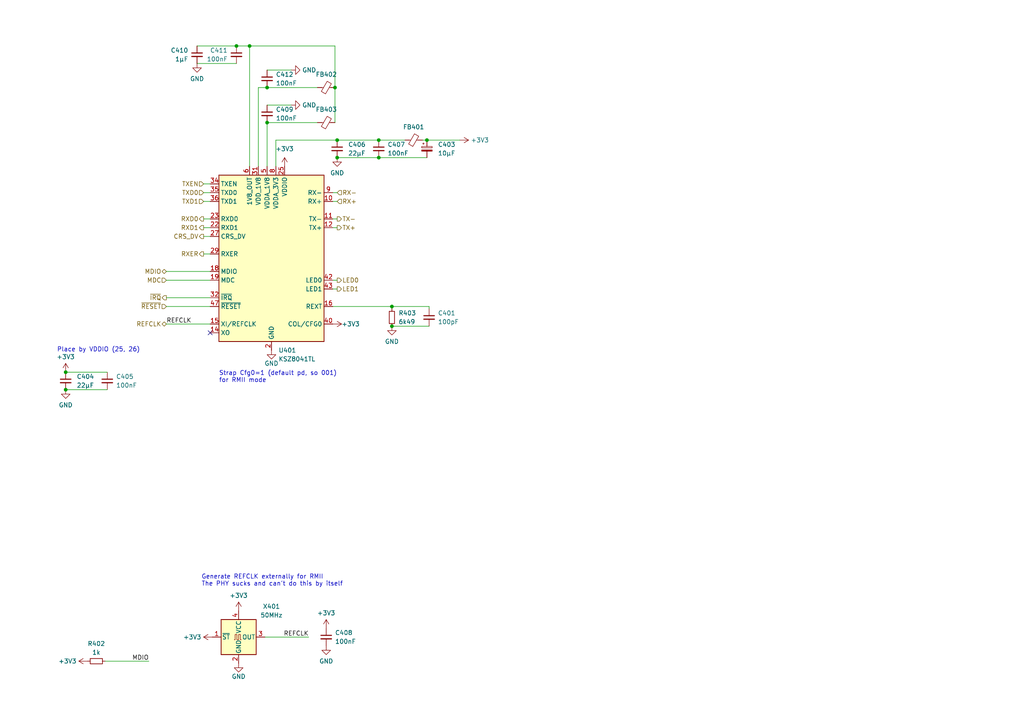
<source format=kicad_sch>
(kicad_sch (version 20211123) (generator eeschema)
  (paper "A4")
  (title_block (title "Processor Complex – Ethernet PHY") (date "2022-04-25") (rev "3") (comment 1 "All components on this page can be omitted if Ethernet is not desired"))
  (lib_symbols
    (symbol "Device:C_Polarized_Small" (pin_numbers hide) (pin_names (offset 0.254) hide)
      (property "Reference" "C" (at 0.254 1.778 0))
      (property "Value" "C_Polarized_Small" (at 0.254 -2.032 0))
      (symbol "C_Polarized_Small_0_1"
        (rectangle (start -1.524 -0.3048) (end 1.524 -0.6858) (fill (type outline)))
        (rectangle (start -1.524 0.6858) (end 1.524 0.3048))
        (polyline (pts (xy -1.27 1.524) (xy -0.762 1.524)))
        (polyline (pts (xy -1.016 1.27) (xy -1.016 1.778)))
      )
      (symbol "C_Polarized_Small_1_1"
        (pin passive line (at 0 2.54 270) (length 1.8542) (name "~") (number "1"))
        (pin passive line (at 0 -2.54 90) (length 1.8542) (name "~") (number "2"))
      )
    )
    (symbol "Device:C_Small" (pin_numbers hide) (pin_names (offset 0.254) hide)
      (property "Reference" "C" (at 0.254 1.778 0))
      (property "Value" "C_Small" (at 0.254 -2.032 0))
      (symbol "C_Small_0_1"
        (polyline (pts (xy -1.524 -0.508) (xy 1.524 -0.508)) (stroke (width 0.3302)))
        (polyline (pts (xy -1.524 0.508) (xy 1.524 0.508)) (stroke (width 0.3048)))
      )
      (symbol "C_Small_1_1"
        (pin passive line (at 0 2.54 270) (length 2.032) (name "~") (number "1"))
        (pin passive line (at 0 -2.54 90) (length 2.032) (name "~") (number "2"))
      )
    )
    (symbol "Device:FerriteBead_Small" (pin_numbers hide) (pin_names (offset 0))
      (property "Reference" "FB" (at 1.905 1.27 0))
      (property "Value" "FerriteBead_Small" (at 1.905 -1.27 0))
      (symbol "FerriteBead_Small_0_1"
        (polyline (pts (xy 0 -1.27) (xy 0 -0.7874)))
        (polyline (pts (xy 0 0.889) (xy 0 1.2954)))
        (polyline (pts (xy -1.8288 0.2794) (xy -1.1176 1.4986) (xy 1.8288 -0.2032) (xy 1.1176 -1.4224) (xy -1.8288 0.2794)))
      )
      (symbol "FerriteBead_Small_1_1"
        (pin passive line (at 0 2.54 270) (length 1.27) (name "~") (number "1"))
        (pin passive line (at 0 -2.54 90) (length 1.27) (name "~") (number "2"))
      )
    )
    (symbol "Device:R_Small" (pin_numbers hide) (pin_names (offset 0.254) hide)
      (property "Reference" "R" (at 0.762 0.508 0))
      (property "Value" "R_Small" (at 0.762 -1.016 0))
      (symbol "R_Small_0_1"
        (rectangle (start -0.762 1.778) (end 0.762 -1.778) (stroke (width 0.2032)))
      )
      (symbol "R_Small_1_1"
        (pin passive line (at 0 2.54 270) (length 0.762) (name "~") (number "1"))
        (pin passive line (at 0 -2.54 90) (length 0.762) (name "~") (number "2"))
      )
    )
    (symbol "Oscillator:SG-5032CAN" (pin_names (offset 0.254))
      (property "Reference" "X" (at -5.08 6.35 0))
      (property "Value" "SG-5032CAN" (at 1.27 -6.35 0))
      (symbol "SG-5032CAN_0_1"
        (rectangle (start -5.08 5.08) (end 5.08 -5.08) (stroke (width 0.254)) (fill (type background)))
        (polyline (pts (xy -1.27 -0.762) (xy -1.016 -0.762) (xy -1.016 0.762) (xy -0.508 0.762) (xy -0.508 -0.762) (xy 0 -0.762) (xy 0 0.762) (xy 0.508 0.762) (xy 0.508 -0.762) (xy 0.762 -0.762)))
      )
      (symbol "SG-5032CAN_1_1"
        (pin input line (at -7.62 0 0) (length 2.54) (name "~{ST}") (number "1"))
        (pin power_in line (at 0 -7.62 90) (length 2.54) (name "GND") (number "2"))
        (pin output line (at 7.62 0 180) (length 2.54) (name "OUT") (number "3"))
        (pin power_in line (at 0 7.62 270) (length 2.54) (name "VCC") (number "4"))
      )
    )
    (symbol "power:+3V3" (power) (pin_names (offset 0))
      (property "Value" "+3V3" (at 0 3.556 0))
      (symbol "+3V3_0_1"
        (polyline (pts (xy -0.762 1.27) (xy 0 2.54)))
        (polyline (pts (xy 0 0) (xy 0 2.54)))
        (polyline (pts (xy 0 2.54) (xy 0.762 1.27)))
      )
      (symbol "+3V3_1_1"
        (pin power_in line (at 0 0 90) (length 0) hide (name "+3V3") (number "1"))
      )
    )
    (symbol "power:GND" (power) (pin_names (offset 0))
      (property "Value" "GND" (at 0 -3.81 0))
      (symbol "GND_0_1"
        (polyline (pts (xy 0 0) (xy 0 -1.27) (xy 1.27 -1.27) (xy 0 -2.54) (xy -1.27 -1.27) (xy 0 -1.27)))
      )
      (symbol "GND_1_1"
        (pin power_in line (at 0 0 270) (length 0) hide (name "GND") (number "1"))
      )
    )
    (symbol "programmable-load:KSZ8041TL"
      (property "Reference" "U" (at -15.24 26.035 0))
      (property "Value" "KSZ8041TL" (at 3.81 26.035 0))
      (symbol "KSZ8041TL_0_1"
        (rectangle (start -15.24 25.4) (end 15.24 -22.86) (stroke (width 0.254)) (fill (type background)))
      )
      (symbol "KSZ8041TL_1_1"
        (pin passive line (at 0 -25.4 90) (length 2.54) hide (name "GND") (number "1"))
        (pin bidirectional line (at 17.78 17.78 180) (length 2.54) (name "RX+") (number "10"))
        (pin bidirectional line (at 17.78 12.7 180) (length 2.54) (name "TX-") (number "11"))
        (pin bidirectional line (at 17.78 10.16 180) (length 2.54) (name "TX+") (number "12"))
        (pin passive line (at 0 -25.4 90) (length 2.54) hide (name "GND") (number "13"))
        (pin output line (at -17.78 -20.32 0) (length 2.54) (name "XO") (number "14"))
        (pin input line (at -17.78 -17.78 0) (length 2.54) (name "XI/REFCLK") (number "15"))
        (pin passive line (at 17.78 -12.7 180) (length 2.54) (name "REXT") (number "16"))
        (pin passive line (at 0 -25.4 90) (length 2.54) hide (name "GND") (number "17"))
        (pin bidirectional line (at -17.78 -2.54 0) (length 2.54) (name "MDIO") (number "18"))
        (pin input line (at -17.78 -5.08 0) (length 2.54) (name "MDC") (number "19"))
        (pin power_in line (at 0 -25.4 90) (length 2.54) (name "GND") (number "2"))
        (pin no_connect line (at -17.78 0 0) (length 2.54) hide (name "RXD3") (number "20"))
        (pin no_connect line (at -17.78 0 0) (length 2.54) hide (name "RXD2") (number "21"))
        (pin output line (at -17.78 10.16 0) (length 2.54) (name "RXD1") (number "22"))
        (pin output line (at -17.78 12.7 0) (length 2.54) (name "RXD0") (number "23"))
        (pin passive line (at 0 -25.4 90) (length 2.54) hide (name "GND") (number "24"))
        (pin power_in line (at 3.81 27.94 270) (length 2.54) (name "VDDIO") (number "25"))
        (pin power_in line (at 3.81 27.94 270) (length 2.54) hide (name "VDDIO") (number "26"))
        (pin output line (at -17.78 7.62 0) (length 2.54) (name "CRS_DV") (number "27"))
        (pin output line (at -17.78 5.08 0) (length 2.54) hide (name "RXCLK") (number "28"))
        (pin output line (at -17.78 2.54 0) (length 2.54) (name "RXER") (number "29"))
        (pin passive line (at 0 -25.4 90) (length 2.54) hide (name "GND") (number "3"))
        (pin passive line (at 0 -25.4 90) (length 2.54) hide (name "GND") (number "30"))
        (pin power_in line (at -3.81 27.94 270) (length 2.54) (name "VDD_1V8") (number "31"))
        (pin bidirectional line (at -17.78 -10.16 0) (length 2.54) (name "~{IRQ}") (number "32"))
        (pin no_connect line (at -17.78 15.24 0) (length 2.54) hide (name "TXC") (number "33"))
        (pin input line (at -17.78 22.86 0) (length 2.54) (name "TXEN") (number "34"))
        (pin input line (at -17.78 20.32 0) (length 2.54) (name "TXD0") (number "35"))
        (pin bidirectional line (at -17.78 17.78 0) (length 2.54) (name "TXD1") (number "36"))
        (pin passive line (at 0 -25.4 90) (length 2.54) hide (name "GND") (number "37"))
        (pin no_connect line (at -17.78 15.24 0) (length 2.54) hide (name "TXD2") (number "38"))
        (pin no_connect line (at -17.78 15.24 0) (length 2.54) hide (name "TXD3") (number "39"))
        (pin power_in line (at -1.27 27.94 270) (length 2.54) hide (name "VDDA_1V8") (number "4"))
        (pin bidirectional line (at 17.78 -17.78 180) (length 2.54) (name "COL/CFG0") (number "40"))
        (pin no_connect line (at 17.78 -20.32 180) (length 2.54) hide (name "CRS/CFG1") (number "41"))
        (pin output line (at 17.78 -5.08 180) (length 2.54) (name "LED0") (number "42"))
        (pin output line (at 17.78 -7.62 180) (length 2.54) (name "LED1") (number "43"))
        (pin no_connect line (at 2.54 -25.4 90) (length 2.54) hide (name "NC") (number "44"))
        (pin no_connect line (at 2.54 -25.4 90) (length 2.54) hide (name "NC") (number "45"))
        (pin no_connect line (at 2.54 -25.4 90) (length 2.54) hide (name "NC") (number "46"))
        (pin input line (at -17.78 -12.7 0) (length 2.54) (name "~{RESET}") (number "47"))
        (pin no_connect line (at 2.54 -25.4 90) (length 2.54) hide (name "NC") (number "48"))
        (pin power_in line (at -1.27 27.94 270) (length 2.54) (name "VDDA_1V8") (number "5"))
        (pin power_out line (at -6.35 27.94 270) (length 2.54) (name "1V8_OUT") (number "6"))
        (pin power_in line (at 1.27 27.94 270) (length 2.54) hide (name "VDDA_3V3") (number "7"))
        (pin power_in line (at 1.27 27.94 270) (length 2.54) (name "VDDA_3V3") (number "8"))
        (pin bidirectional line (at 17.78 20.32 180) (length 2.54) (name "RX-") (number "9"))
      )
    )
  )
  (junction (at 19.05 107.95))
  (junction (at 77.47 35.56))
  (junction (at 72.39 13.335))
  (junction (at 123.825 40.64))
  (junction (at 97.79 40.64))
  (junction (at 97.79 45.72))
  (junction (at 109.855 45.72))
  (junction (at 109.855 40.64))
  (junction (at 113.665 88.9))
  (junction (at 97.155 25.4))
  (junction (at 19.05 113.03))
  (junction (at 68.58 13.335))
  (junction (at 77.47 25.4))
  (junction (at 113.665 94.615))
  (no_connect (at 60.96 96.52))
  (wire (pts (xy 80.01 40.64) (xy 97.79 40.64)))
  (wire (pts (xy 57.15 13.335) (xy 68.58 13.335)))
  (wire (pts (xy 48.26 88.9) (xy 60.96 88.9)))
  (wire (pts (xy 59.055 53.34) (xy 60.96 53.34)))
  (wire (pts (xy 96.52 63.5) (xy 97.79 63.5)))
  (wire (pts (xy 77.47 48.26) (xy 77.47 35.56)))
  (wire (pts (xy 123.825 40.64) (xy 133.35 40.64)))
  (wire (pts (xy 59.055 55.88) (xy 60.96 55.88)))
  (wire (pts (xy 96.52 88.9) (xy 113.665 88.9)))
  (wire (pts (xy 96.52 81.28) (xy 97.79 81.28)))
  (wire (pts (xy 124.46 88.9) (xy 124.46 89.535)))
  (wire (pts (xy 74.93 48.26) (xy 74.93 25.4)))
  (wire (pts (xy 60.96 93.98) (xy 48.26 93.98)))
  (wire (pts (xy 59.055 66.04) (xy 60.96 66.04)))
  (wire (pts (xy 68.58 13.335) (xy 72.39 13.335)))
  (wire (pts (xy 96.52 66.04) (xy 97.79 66.04)))
  (wire (pts (xy 96.52 55.88) (xy 97.79 55.88)))
  (wire (pts (xy 113.665 88.9) (xy 113.665 89.535)))
  (wire (pts (xy 113.665 94.615) (xy 124.46 94.615)))
  (wire (pts (xy 96.52 58.42) (xy 97.79 58.42)))
  (wire (pts (xy 109.855 45.72) (xy 123.825 45.72)))
  (wire (pts (xy 43.18 191.77) (xy 30.48 191.77)))
  (wire (pts (xy 57.15 18.415) (xy 68.58 18.415)))
  (wire (pts (xy 59.055 68.58) (xy 60.96 68.58)))
  (wire (pts (xy 77.47 35.56) (xy 92.075 35.56)))
  (wire (pts (xy 72.39 48.26) (xy 72.39 13.335)))
  (wire (pts (xy 72.39 13.335) (xy 97.155 13.335)))
  (wire (pts (xy 77.47 30.48) (xy 84.455 30.48)))
  (wire (pts (xy 48.26 86.36) (xy 60.96 86.36)))
  (wire (pts (xy 122.555 40.64) (xy 123.825 40.64)))
  (wire (pts (xy 59.055 73.66) (xy 60.96 73.66)))
  (wire (pts (xy 97.155 13.335) (xy 97.155 25.4)))
  (wire (pts (xy 97.79 40.64) (xy 109.855 40.64)))
  (wire (pts (xy 97.155 25.4) (xy 97.155 35.56)))
  (wire (pts (xy 19.05 107.95) (xy 31.115 107.95)))
  (wire (pts (xy 97.79 45.72) (xy 109.855 45.72)))
  (wire (pts (xy 59.055 63.5) (xy 60.96 63.5)))
  (wire (pts (xy 48.26 78.74) (xy 60.96 78.74)))
  (wire (pts (xy 48.26 81.28) (xy 60.96 81.28)))
  (wire (pts (xy 96.52 83.82) (xy 97.79 83.82)))
  (wire (pts (xy 59.055 58.42) (xy 60.96 58.42)))
  (wire (pts (xy 77.47 20.32) (xy 84.455 20.32)))
  (wire (pts (xy 113.665 88.9) (xy 124.46 88.9)))
  (wire (pts (xy 74.93 25.4) (xy 77.47 25.4)))
  (wire (pts (xy 19.05 113.03) (xy 31.115 113.03)))
  (wire (pts (xy 80.01 40.64) (xy 80.01 48.26)))
  (wire (pts (xy 77.47 25.4) (xy 92.075 25.4)))
  (wire (pts (xy 109.855 40.64) (xy 117.475 40.64)))
  (wire (pts (xy 76.835 184.785) (xy 89.535 184.785)))
  (text "Place by VDDIO (25, 26)" (at 16.51 102.235 0) (effects (font (size 1.27 1.27)) (justify left bottom)))
  (text "Strap Cfg0=1 (default pd, so 001)\nfor RMII mode" (at 63.5 111.125 0) (effects (font (size 1.27 1.27)) (justify left bottom)))
  (text "Generate REFCLK externally for RMII\nThe PHY sucks and can't do this by itself" (at 58.42 170.18 0) (effects (font (size 1.27 1.27)) (justify left bottom)))
  (label "REFCLK" (at 89.535 184.785 180))
  (label "REFCLK" (at 48.26 93.98 0))
  (label "MDIO" (at 43.18 191.77 180))
  (hierarchical_label "RXD0" (shape output) (at 59.055 63.5 180))
  (hierarchical_label "REFCLK" (shape bidirectional) (at 48.26 93.98 180))
  (hierarchical_label "RX+" (shape input) (at 97.79 58.42 0))
  (hierarchical_label "TXD0" (shape input) (at 59.055 55.88 180))
  (hierarchical_label "CRS_DV" (shape output) (at 59.055 68.58 180))
  (hierarchical_label "MDC" (shape input) (at 48.26 81.28 180))
  (hierarchical_label "~{IRQ}" (shape output) (at 48.26 86.36 180))
  (hierarchical_label "TX-" (shape output) (at 97.79 63.5 0))
  (hierarchical_label "MDIO" (shape bidirectional) (at 48.26 78.74 180))
  (hierarchical_label "RXD1" (shape output) (at 59.055 66.04 180))
  (hierarchical_label "LED0" (shape output) (at 97.79 81.28 0))
  (hierarchical_label "TXEN" (shape input) (at 59.055 53.34 180))
  (hierarchical_label "RXER" (shape output) (at 59.055 73.66 180))
  (hierarchical_label "LED1" (shape output) (at 97.79 83.82 0))
  (hierarchical_label "~{RESET}" (shape input) (at 48.26 88.9 180))
  (hierarchical_label "TX+" (shape output) (at 97.79 66.04 0))
  (hierarchical_label "RX-" (shape input) (at 97.79 55.88 0))
  (hierarchical_label "TXD1" (shape input) (at 59.055 58.42 180))
  (symbol (lib_id "Device:C_Small") (at 94.615 184.785 0) (unit 1)
    (property "Reference" "C408" (at 97.155 183.5212 0) (effects (justify left)))
    (property "Value" "100nF" (at 97.155 186.0612 0) (effects (justify left)))
    (property "Footprint" "Capacitor_SMD:C_0805_2012Metric_Pad1.18x1.45mm_HandSolder" (effects hide))
    (property "MPN" "CL21B104KACNFNC" (effects hide))
  )
  (symbol (lib_id "power:+3V3") (at 94.615 182.245 0) (unit 1)
    (property "Reference" "#PWR0129" (effects hide))
    (property "Value" "+3V3" (at 94.615 177.8 0))
  )
  (symbol (lib_id "power:GND") (at 78.74 101.6 0) (unit 1)
    (property "Reference" "#PWR0123" (effects hide))
    (property "Value" "GND" (at 78.74 105.41 0))
  )
  (symbol (lib_id "power:GND") (at 94.615 187.325 0) (unit 1)
    (property "Reference" "#PWR0130" (effects hide))
    (property "Value" "GND" (at 94.615 191.77 0))
  )
  (symbol (lib_id "Device:C_Small") (at 97.79 43.18 0) (unit 1)
    (property "Reference" "C406" (at 100.965 41.9162 0) (effects (justify left)))
    (property "Value" "22µF" (at 100.965 44.4562 0) (effects (justify left)))
    (property "Footprint" "Capacitor_SMD:C_0805_2012Metric_Pad1.18x1.45mm_HandSolder" (effects hide))
    (property "MPN" "CL21A226MQQNNNF" (effects hide))
  )
  (symbol (lib_id "power:+3V3") (at 133.35 40.64 270) (unit 1)
    (property "Reference" "#PWR0404" (effects hide))
    (property "Value" "+3V3" (at 136.525 40.6399 90) (effects (justify left)))
  )
  (symbol (lib_id "power:+3V3") (at 25.4 191.77 90) (unit 1)
    (property "Reference" "#PWR0124" (effects hide))
    (property "Value" "+3V3" (at 22.225 191.77 90) (effects (justify left)))
  )
  (symbol (lib_id "Device:FerriteBead_Small") (at 120.015 40.64 90) (unit 1)
    (property "Reference" "FB401" (at 119.9769 36.83 90))
    (property "Value" "FerriteBead_Small" (effects hide))
    (property "Footprint" "Inductor_SMD:L_0805_2012Metric_Pad1.05x1.20mm_HandSolder" (effects hide))
    (property "MPN" "MFBM1V2012-800-R" (effects hide))
  )
  (symbol (lib_id "Device:FerriteBead_Small") (at 94.615 35.56 270) (unit 1)
    (property "Reference" "FB403" (at 94.6531 31.75 90))
    (property "Value" "FerriteBead_Small" (effects hide))
    (property "Footprint" "Inductor_SMD:L_0805_2012Metric_Pad1.05x1.20mm_HandSolder" (effects hide))
    (property "MPN" "MFBM1V2012-800-R" (effects hide))
  )
  (symbol (lib_id "power:GND") (at 84.455 20.32 90) (unit 1)
    (property "Reference" "#PWR0133" (effects hide))
    (property "Value" "GND" (at 87.63 20.3199 90) (effects (justify right)))
  )
  (symbol (lib_id "power:GND") (at 84.455 30.48 90) (unit 1)
    (property "Reference" "#PWR0406" (effects hide))
    (property "Value" "GND" (at 87.63 30.4799 90) (effects (justify right)))
  )
  (symbol (lib_id "programmable-load:KSZ8041TL") (at 78.74 76.2 0) (unit 1)
    (property "Reference" "U401" (at 80.7594 101.6 0) (effects (justify left)))
    (property "Value" "KSZ8041TL" (at 80.7594 104.14 0) (effects (justify left)))
    (property "Footprint" "Package_QFP:TQFP-48_7x7mm_P0.5mm" (effects hide))
    (property "Datasheet" "https://ww1.microchip.com/downloads/en/DeviceDoc/00002436B.pdf" (effects hide))
  )
  (symbol (lib_id "Device:R_Small") (at 27.94 191.77 90) (mirror x) (unit 1)
    (property "Reference" "R402" (at 27.94 186.69 90))
    (property "Value" "1k" (at 27.94 189.23 90))
    (property "Footprint" "Resistor_SMD:R_0805_2012Metric_Pad1.20x1.40mm_HandSolder" (effects hide))
    (property "MPN" "CR0805-JW-102ELF" (effects hide))
  )
  (symbol (lib_id "power:+3V3") (at 69.215 177.165 0) (unit 1)
    (property "Reference" "#PWR0125" (effects hide))
    (property "Value" "+3V3" (at 69.215 172.72 0))
  )
  (symbol (lib_id "power:+3V3") (at 19.05 107.95 0) (unit 1)
    (property "Reference" "#PWR0401" (effects hide))
    (property "Value" "+3V3" (at 19.05 103.505 0))
  )
  (symbol (lib_id "Device:R_Small") (at 113.665 92.075 0) (unit 1)
    (property "Reference" "R403" (at 115.57 90.8049 0) (effects (justify left)))
    (property "Value" "6k49" (at 115.57 93.3449 0) (effects (justify left)))
    (property "Footprint" "Resistor_SMD:R_0805_2012Metric_Pad1.20x1.40mm_HandSolder" (effects hide))
    (property "MPn" "RR1220P-6491-D-M" (effects hide))
  )
  (symbol (lib_id "power:+3V3") (at 96.52 93.98 270) (unit 1)
    (property "Reference" "#PWR0128" (effects hide))
    (property "Value" "+3V3" (at 99.06 93.98 90) (effects (justify left)))
  )
  (symbol (lib_id "Device:C_Small") (at 57.15 15.875 0) (mirror y) (unit 1)
    (property "Reference" "C410" (at 54.61 14.6112 0) (effects (justify left)))
    (property "Value" "1µF" (at 54.61 17.1512 0) (effects (justify left)))
    (property "Footprint" "Capacitor_SMD:C_0805_2012Metric_Pad1.18x1.45mm_HandSolder" (effects hide))
    (property "MPN" "187-CL21B105KBFNNNG" (effects hide))
  )
  (symbol (lib_id "Device:FerriteBead_Small") (at 94.615 25.4 270) (unit 1)
    (property "Reference" "FB402" (at 94.6531 21.59 90))
    (property "Value" "FerriteBead_Small" (effects hide))
    (property "Footprint" "Inductor_SMD:L_0805_2012Metric_Pad1.05x1.20mm_HandSolder" (effects hide))
    (property "MPN" "MFBM1V2012-800-R" (effects hide))
  )
  (symbol (lib_id "Device:C_Polarized_Small") (at 123.825 43.18 0) (unit 1)
    (property "Reference" "C403" (at 127 41.91 0) (effects (justify left)))
    (property "Value" "10µF" (at 127 44.45 0) (effects (justify left)))
    (property "Footprint" "Capacitor_Tantalum_SMD:CP_EIA-3216-18_Kemet-A_Pad1.58x1.35mm_HandSolder" (effects hide))
    (property "MPN" "TAJA106K016RNJ" (effects hide))
  )
  (symbol (lib_id "power:+3V3") (at 82.55 48.26 0) (unit 1)
    (property "Reference" "#PWR0127" (effects hide))
    (property "Value" "+3V3" (at 82.55 43.18 0))
  )
  (symbol (lib_id "power:GND") (at 113.665 94.615 0) (unit 1)
    (property "Reference" "#PWR0405" (effects hide))
    (property "Value" "GND" (at 113.665 99.06 0))
  )
  (symbol (lib_id "Device:C_Small") (at 68.58 15.875 0) (mirror y) (unit 1)
    (property "Reference" "C411" (at 66.04 14.6112 0) (effects (justify left)))
    (property "Value" "100nF" (at 66.04 17.1512 0) (effects (justify left)))
    (property "Footprint" "Capacitor_SMD:C_0805_2012Metric_Pad1.18x1.45mm_HandSolder" (effects hide))
    (property "MPN" "CL21B104KACNFNC" (effects hide))
  )
  (symbol (lib_id "Device:C_Small") (at 77.47 22.86 0) (unit 1)
    (property "Reference" "C412" (at 80.01 21.5962 0) (effects (justify left)))
    (property "Value" "100nF" (at 80.01 24.1362 0) (effects (justify left)))
    (property "Footprint" "Capacitor_SMD:C_0805_2012Metric_Pad1.18x1.45mm_HandSolder" (effects hide))
    (property "MPN" "CL21B104KACNFNC" (effects hide))
  )
  (symbol (lib_id "power:GND") (at 97.79 45.72 0) (unit 1)
    (property "Reference" "#PWR0403" (effects hide))
    (property "Value" "GND" (at 97.79 50.165 0))
  )
  (symbol (lib_id "Oscillator:SG-5032CAN") (at 69.215 184.785 0) (unit 1)
    (property "Reference" "X401" (at 78.74 175.895 0))
    (property "Value" "50MHz" (at 78.74 178.435 0))
    (property "Footprint" "Oscillator:Oscillator_SMD_SeikoEpson_SG8002LB-4Pin_5.0x3.2mm" (effects hide))
    (property "Datasheet" "https://support.epson.biz/td/api/doc_check.php?dl=brief_SG5032CAN&lang=en" (effects hide))
    (property "MPN" "SG5032CAN 50.000000M-TJGA3" (effects hide))
  )
  (symbol (lib_id "Device:C_Small") (at 109.855 43.18 0) (unit 1)
    (property "Reference" "C407" (at 112.395 41.9162 0) (effects (justify left)))
    (property "Value" "100nF" (at 112.395 44.4562 0) (effects (justify left)))
    (property "Footprint" "Capacitor_SMD:C_0805_2012Metric_Pad1.18x1.45mm_HandSolder" (effects hide))
    (property "MPN" "CL21B104KACNFNC" (effects hide))
  )
  (symbol (lib_id "power:GND") (at 19.05 113.03 0) (unit 1)
    (property "Reference" "#PWR0402" (effects hide))
    (property "Value" "GND" (at 19.05 117.475 0))
  )
  (symbol (lib_id "power:GND") (at 57.15 18.415 0) (unit 1)
    (property "Reference" "#PWR0132" (effects hide))
    (property "Value" "GND" (at 57.15 22.86 0))
  )
  (symbol (lib_id "Device:C_Small") (at 77.47 33.02 0) (unit 1)
    (property "Reference" "C409" (at 80.01 31.7562 0) (effects (justify left)))
    (property "Value" "100nF" (at 80.01 34.2962 0) (effects (justify left)))
    (property "Footprint" "Capacitor_SMD:C_0805_2012Metric_Pad1.18x1.45mm_HandSolder" (effects hide))
    (property "MPN" "CL21B104KACNFNC" (effects hide))
  )
  (symbol (lib_id "Device:C_Small") (at 124.46 92.075 0) (unit 1)
    (property "Reference" "C401" (at 127 90.8112 0) (effects (justify left)))
    (property "Value" "100pF" (at 127 93.3512 0) (effects (justify left)))
    (property "Footprint" "Capacitor_SMD:C_0805_2012Metric_Pad1.18x1.45mm_HandSolder" (effects hide))
    (property "MPN" "CL21C101JCANNNC" (effects hide))
  )
  (symbol (lib_id "Device:C_Small") (at 19.05 110.49 0) (unit 1)
    (property "Reference" "C404" (at 22.225 109.2262 0) (effects (justify left)))
    (property "Value" "22µF" (at 22.225 111.7662 0) (effects (justify left)))
    (property "Footprint" "Capacitor_SMD:C_0805_2012Metric_Pad1.18x1.45mm_HandSolder" (effects hide))
    (property "MPN" "CL21A226MQQNNNF" (effects hide))
  )
  (symbol (lib_id "Device:C_Small") (at 31.115 110.49 0) (unit 1)
    (property "Reference" "C405" (at 33.655 109.2262 0) (effects (justify left)))
    (property "Value" "100nF" (at 33.655 111.7662 0) (effects (justify left)))
    (property "Footprint" "Capacitor_SMD:C_0805_2012Metric_Pad1.18x1.45mm_HandSolder" (effects hide))
    (property "MPN" "CL21B104KACNFNC" (effects hide))
  )
  (symbol (lib_id "power:GND") (at 69.215 192.405 0) (unit 1)
    (property "Reference" "#PWR0126" (effects hide))
    (property "Value" "GND" (at 69.215 196.215 0))
  )
  (symbol (lib_id "power:+3V3") (at 61.595 184.785 90) (unit 1)
    (property "Reference" "#PWR0131" (effects hide))
    (property "Value" "+3V3" (at 58.42 184.7849 90) (effects (justify left)))
  )
)
</source>
